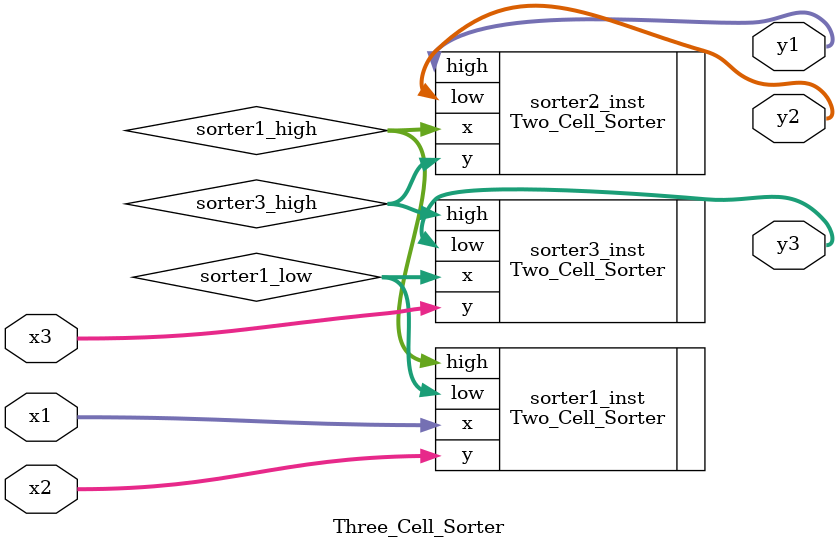
<source format=v>
module Three_Cell_Sorter (
	input wire [7:0] x1,
	input wire [7:0] x2,
	input wire [7:0] x3,
	output wire [7:0] y1,
	output wire [7:0] y2,
	output wire [7:0] y3 
);
wire [7:0] sorter1_high;
wire [7:0] sorter1_low;
wire [7:0] sorter3_high;
wire [7:0] sorter3_low;
Two_Cell_Sorter sorter1_inst (
	.x(x1),
	.y(x2),
	.high(sorter1_high),
	.low(sorter1_low) 
);
Two_Cell_Sorter sorter3_inst (
	.x(sorter1_low),
	.y(x3),
	.high(sorter3_high),
	.low(y3)       	
);
Two_Cell_Sorter sorter2_inst (
	.x(sorter1_high),
	.y(sorter3_high),
	.high(y1),    	
	.low(y2)     	
);
endmodule

</source>
